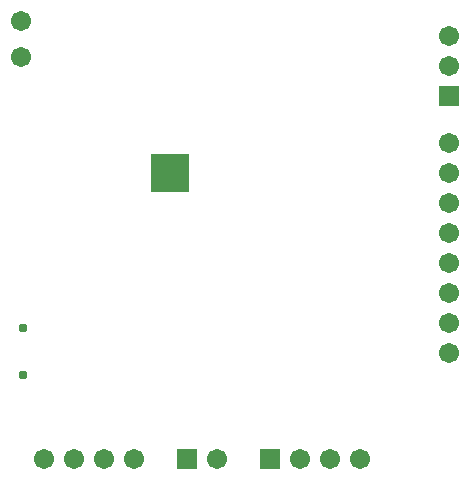
<source format=gbs>
G04*
G04 #@! TF.GenerationSoftware,Altium Limited,Altium Designer,18.1.7 (191)*
G04*
G04 Layer_Color=16711935*
%FSLAX43Y43*%
%MOMM*%
G71*
G01*
G75*
%ADD45R,3.203X3.203*%
%ADD46C,1.703*%
%ADD47R,1.703X1.703*%
%ADD48R,1.703X1.703*%
%ADD49C,0.783*%
%ADD50C,1.103*%
D45*
X16795Y27944D02*
D03*
D46*
X4191Y37719D02*
D03*
Y40767D02*
D03*
X32893Y3683D02*
D03*
X30353D02*
D03*
X27813D02*
D03*
X20728D02*
D03*
X40386Y36957D02*
D03*
Y39497D02*
D03*
Y30484D02*
D03*
Y27944D02*
D03*
Y25404D02*
D03*
Y22864D02*
D03*
Y20324D02*
D03*
Y17784D02*
D03*
Y15244D02*
D03*
Y12704D02*
D03*
X13743Y3683D02*
D03*
X11203D02*
D03*
X8663D02*
D03*
X6123D02*
D03*
D47*
X25273D02*
D03*
X18188D02*
D03*
D48*
X40386Y34417D02*
D03*
D49*
X4367Y10827D02*
D03*
Y14827D02*
D03*
D50*
X17399Y28571D02*
D03*
X16129Y27301D02*
D03*
Y28571D02*
D03*
X17399Y27305D02*
D03*
M02*

</source>
